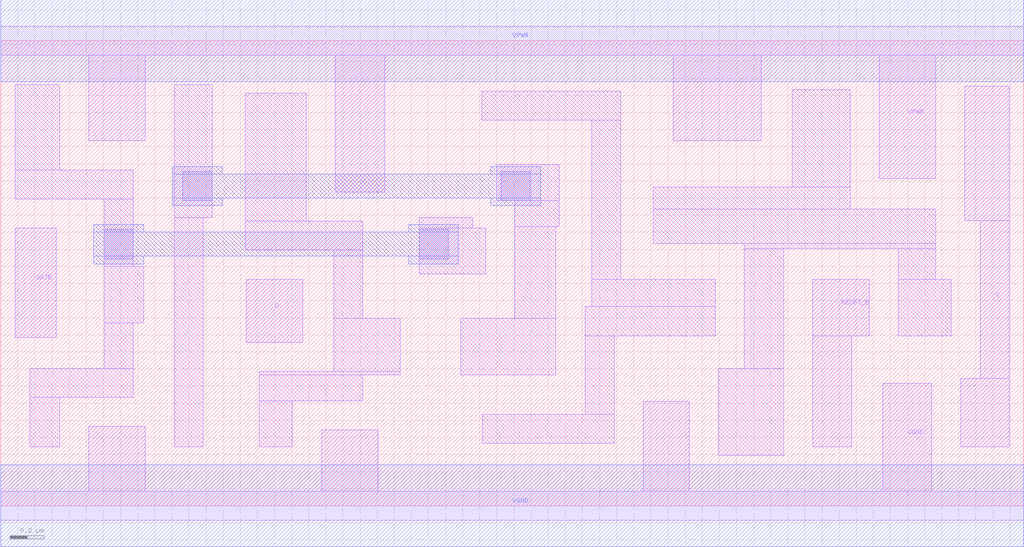
<source format=lef>
# Copyright 2020 The SkyWater PDK Authors
#
# Licensed under the Apache License, Version 2.0 (the "License");
# you may not use this file except in compliance with the License.
# You may obtain a copy of the License at
#
#     https://www.apache.org/licenses/LICENSE-2.0
#
# Unless required by applicable law or agreed to in writing, software
# distributed under the License is distributed on an "AS IS" BASIS,
# WITHOUT WARRANTIES OR CONDITIONS OF ANY KIND, either express or implied.
# See the License for the specific language governing permissions and
# limitations under the License.
#
# SPDX-License-Identifier: Apache-2.0

VERSION 5.5 ;
NAMESCASESENSITIVE ON ;
BUSBITCHARS "[]" ;
DIVIDERCHAR "/" ;
MACRO sky130_fd_sc_hd__dlrtp_1
  CLASS CORE ;
  SOURCE USER ;
  ORIGIN  0.000000  0.000000 ;
  SIZE  5.980000 BY  2.720000 ;
  SYMMETRY X Y R90 ;
  SITE unithd ;
  PIN D
    ANTENNAGATEAREA  0.159000 ;
    DIRECTION INPUT ;
    USE SIGNAL ;
    PORT
      LAYER li1 ;
        RECT 1.435000 0.955000 1.765000 1.325000 ;
    END
  END D
  PIN Q
    ANTENNADIFFAREA  0.429000 ;
    DIRECTION OUTPUT ;
    USE SIGNAL ;
    PORT
      LAYER li1 ;
        RECT 5.610000 0.345000 5.895000 0.745000 ;
        RECT 5.635000 1.670000 5.895000 2.455000 ;
        RECT 5.725000 0.745000 5.895000 1.670000 ;
    END
  END Q
  PIN RESET_B
    ANTENNAGATEAREA  0.247500 ;
    DIRECTION INPUT ;
    USE SIGNAL ;
    PORT
      LAYER li1 ;
        RECT 4.745000 0.345000 4.975000 0.995000 ;
        RECT 4.745000 0.995000 5.075000 1.325000 ;
    END
  END RESET_B
  PIN GATE
    ANTENNAGATEAREA  0.159000 ;
    DIRECTION INPUT ;
    USE CLOCK ;
    PORT
      LAYER li1 ;
        RECT 0.085000 0.985000 0.325000 1.625000 ;
    END
  END GATE
  PIN VGND
    DIRECTION INOUT ;
    SHAPE ABUTMENT ;
    USE GROUND ;
    PORT
      LAYER li1 ;
        RECT 0.000000 -0.085000 5.980000 0.085000 ;
        RECT 0.515000  0.085000 0.845000 0.465000 ;
        RECT 1.875000  0.085000 2.205000 0.445000 ;
        RECT 3.755000  0.085000 4.025000 0.610000 ;
        RECT 5.155000  0.085000 5.440000 0.715000 ;
    END
    PORT
      LAYER met1 ;
        RECT 0.000000 -0.240000 5.980000 0.240000 ;
    END
  END VGND
  PIN VPWR
    DIRECTION INOUT ;
    SHAPE ABUTMENT ;
    USE POWER ;
    PORT
      LAYER li1 ;
        RECT 0.000000 2.635000 5.980000 2.805000 ;
        RECT 0.515000 2.135000 0.845000 2.635000 ;
        RECT 1.955000 1.835000 2.245000 2.635000 ;
        RECT 3.930000 2.135000 4.445000 2.635000 ;
        RECT 5.135000 1.915000 5.465000 2.635000 ;
    END
    PORT
      LAYER met1 ;
        RECT 0.000000 2.480000 5.980000 2.960000 ;
    END
  END VPWR
  OBS
    LAYER li1 ;
      RECT 0.085000 1.795000 0.775000 1.965000 ;
      RECT 0.085000 1.965000 0.345000 2.465000 ;
      RECT 0.170000 0.345000 0.345000 0.635000 ;
      RECT 0.170000 0.635000 0.775000 0.805000 ;
      RECT 0.605000 0.805000 0.775000 1.070000 ;
      RECT 0.605000 1.070000 0.835000 1.400000 ;
      RECT 0.605000 1.400000 0.775000 1.795000 ;
      RECT 1.015000 0.345000 1.185000 1.685000 ;
      RECT 1.015000 1.685000 1.235000 2.465000 ;
      RECT 1.430000 1.495000 2.115000 1.665000 ;
      RECT 1.430000 1.665000 1.785000 2.415000 ;
      RECT 1.510000 0.345000 1.705000 0.615000 ;
      RECT 1.510000 0.615000 2.115000 0.765000 ;
      RECT 1.510000 0.765000 2.335000 0.785000 ;
      RECT 1.945000 0.785000 2.335000 1.095000 ;
      RECT 1.945000 1.095000 2.115000 1.495000 ;
      RECT 2.445000 1.355000 2.835000 1.625000 ;
      RECT 2.445000 1.625000 2.760000 1.685000 ;
      RECT 2.690000 0.765000 3.245000 1.095000 ;
      RECT 2.810000 2.255000 3.625000 2.425000 ;
      RECT 2.815000 0.365000 3.585000 0.535000 ;
      RECT 2.900000 1.785000 3.265000 1.995000 ;
      RECT 3.005000 1.095000 3.245000 1.635000 ;
      RECT 3.005000 1.635000 3.265000 1.785000 ;
      RECT 3.415000 0.535000 3.585000 0.995000 ;
      RECT 3.415000 0.995000 4.175000 1.165000 ;
      RECT 3.455000 1.165000 4.175000 1.325000 ;
      RECT 3.455000 1.325000 3.625000 2.255000 ;
      RECT 3.815000 1.535000 5.465000 1.735000 ;
      RECT 3.815000 1.735000 4.965000 1.865000 ;
      RECT 4.195000 0.295000 4.575000 0.805000 ;
      RECT 4.345000 0.805000 4.575000 1.505000 ;
      RECT 4.345000 1.505000 5.465000 1.535000 ;
      RECT 4.625000 1.865000 4.965000 2.435000 ;
      RECT 5.245000 0.995000 5.555000 1.325000 ;
      RECT 5.245000 1.325000 5.465000 1.505000 ;
    LAYER mcon ;
      RECT 0.605000 1.445000 0.775000 1.615000 ;
      RECT 1.065000 1.785000 1.235000 1.955000 ;
      RECT 2.445000 1.445000 2.615000 1.615000 ;
      RECT 2.925000 1.785000 3.095000 1.955000 ;
    LAYER met1 ;
      RECT 0.545000 1.415000 0.835000 1.460000 ;
      RECT 0.545000 1.460000 2.675000 1.600000 ;
      RECT 0.545000 1.600000 0.835000 1.645000 ;
      RECT 1.005000 1.755000 1.295000 1.800000 ;
      RECT 1.005000 1.800000 3.155000 1.940000 ;
      RECT 1.005000 1.940000 1.295000 1.985000 ;
      RECT 2.385000 1.415000 2.675000 1.460000 ;
      RECT 2.385000 1.600000 2.675000 1.645000 ;
      RECT 2.865000 1.755000 3.155000 1.800000 ;
      RECT 2.865000 1.940000 3.155000 1.985000 ;
  END
END sky130_fd_sc_hd__dlrtp_1

</source>
